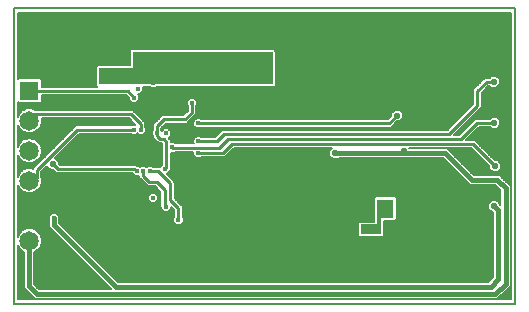
<source format=gbl>
G75*
%MOIN*%
%OFA0B0*%
%FSLAX25Y25*%
%IPPOS*%
%LPD*%
%AMOC8*
5,1,8,0,0,1.08239X$1,22.5*
%
%ADD10C,0.00600*%
%ADD11R,0.07012X0.03401*%
%ADD12R,0.01518X0.06223*%
%ADD13R,0.05697X0.06439*%
%ADD14R,0.58002X0.05542*%
%ADD15R,0.46844X0.09908*%
%ADD16C,0.06496*%
%ADD17R,0.06496X0.06496*%
%ADD18C,0.01772*%
%ADD19C,0.01575*%
%ADD20C,0.02165*%
%ADD21C,0.01600*%
%ADD22C,0.01000*%
D10*
X0004069Y0007764D02*
X0004069Y0106189D01*
X0171392Y0106189D01*
X0171392Y0007764D01*
X0004069Y0007764D01*
X0005469Y0009164D02*
X0005469Y0027270D01*
X0005851Y0026348D01*
X0007018Y0025181D01*
X0007474Y0024992D01*
X0007474Y0012872D01*
X0008470Y0011876D01*
X0010181Y0010164D01*
X0011177Y0009168D01*
X0165248Y0009168D01*
X0168792Y0012712D01*
X0169788Y0013708D01*
X0169788Y0046909D01*
X0167079Y0049617D01*
X0166084Y0050613D01*
X0157545Y0050613D01*
X0149577Y0058581D01*
X0148581Y0059577D01*
X0135948Y0059577D01*
X0135938Y0059587D01*
X0156580Y0059587D01*
X0162614Y0053553D01*
X0162614Y0052818D01*
X0163775Y0051656D01*
X0165418Y0051656D01*
X0166579Y0052818D01*
X0166579Y0054460D01*
X0165418Y0055622D01*
X0164505Y0055622D01*
X0158560Y0061566D01*
X0157740Y0062386D01*
X0154904Y0062386D01*
X0159139Y0066622D01*
X0162993Y0066622D01*
X0163524Y0066091D01*
X0165167Y0066091D01*
X0166328Y0067252D01*
X0166328Y0068895D01*
X0165167Y0070056D01*
X0163524Y0070056D01*
X0162890Y0069422D01*
X0157979Y0069422D01*
X0157159Y0068602D01*
X0152550Y0063993D01*
X0150898Y0063993D01*
X0159312Y0072406D01*
X0160132Y0073226D01*
X0160132Y0078090D01*
X0162348Y0080306D01*
X0162863Y0080306D01*
X0163384Y0079786D01*
X0165026Y0079786D01*
X0166188Y0080947D01*
X0166188Y0082590D01*
X0165026Y0083751D01*
X0163384Y0083751D01*
X0162739Y0083106D01*
X0161188Y0083106D01*
X0160368Y0082286D01*
X0157332Y0079250D01*
X0157332Y0074386D01*
X0148696Y0065750D01*
X0073656Y0065750D01*
X0072836Y0064930D01*
X0071230Y0063323D01*
X0066716Y0063323D01*
X0066428Y0063611D01*
X0065030Y0063611D01*
X0064041Y0062623D01*
X0064041Y0061225D01*
X0064077Y0061189D01*
X0057853Y0061189D01*
X0057529Y0061514D01*
X0056427Y0061514D01*
X0056427Y0062370D01*
X0055812Y0062985D01*
X0056636Y0063809D01*
X0056636Y0065207D01*
X0055648Y0066195D01*
X0054250Y0066195D01*
X0053518Y0065463D01*
X0053378Y0065602D01*
X0053378Y0066380D01*
X0054765Y0067766D01*
X0061849Y0067766D01*
X0062669Y0068586D01*
X0064963Y0070880D01*
X0064963Y0073694D01*
X0065249Y0073980D01*
X0065249Y0075378D01*
X0064261Y0076366D01*
X0062863Y0076366D01*
X0061874Y0075378D01*
X0061874Y0073980D01*
X0062163Y0073691D01*
X0062163Y0072040D01*
X0060689Y0070566D01*
X0053605Y0070566D01*
X0051398Y0068360D01*
X0050578Y0067539D01*
X0050578Y0065617D01*
X0050283Y0065322D01*
X0050283Y0063925D01*
X0050578Y0063629D01*
X0050578Y0063097D01*
X0051594Y0062081D01*
X0052415Y0061261D01*
X0053576Y0061261D01*
X0053627Y0061210D01*
X0053627Y0053891D01*
X0052960Y0053224D01*
X0052960Y0053195D01*
X0052922Y0053233D01*
X0050571Y0053233D01*
X0050202Y0053602D01*
X0048804Y0053602D01*
X0048396Y0053194D01*
X0047988Y0053602D01*
X0046590Y0053602D01*
X0046201Y0053213D01*
X0045812Y0053602D01*
X0045390Y0053602D01*
X0045038Y0053954D01*
X0019546Y0053954D01*
X0019206Y0054294D01*
X0019206Y0055060D01*
X0018045Y0056221D01*
X0017809Y0056221D01*
X0025956Y0064368D01*
X0043159Y0064368D01*
X0043434Y0064094D01*
X0044832Y0064094D01*
X0045348Y0064610D01*
X0045864Y0064094D01*
X0047262Y0064094D01*
X0048251Y0065082D01*
X0048251Y0066480D01*
X0047978Y0066753D01*
X0047978Y0068179D01*
X0047158Y0068999D01*
X0043790Y0072366D01*
X0011351Y0072366D01*
X0010192Y0072846D01*
X0008542Y0072846D01*
X0007018Y0072214D01*
X0005851Y0071048D01*
X0005469Y0070125D01*
X0005469Y0074828D01*
X0005746Y0074550D01*
X0012988Y0074550D01*
X0013515Y0075077D01*
X0013515Y0077295D01*
X0041565Y0077295D01*
X0042654Y0076205D01*
X0042654Y0075767D01*
X0043643Y0074779D01*
X0045040Y0074779D01*
X0046029Y0075767D01*
X0046029Y0077165D01*
X0045462Y0077732D01*
X0046203Y0077732D01*
X0047192Y0078720D01*
X0047192Y0079893D01*
X0049698Y0079893D01*
X0049804Y0079787D01*
X0051447Y0079787D01*
X0051553Y0079893D01*
X0090916Y0079893D01*
X0091443Y0080420D01*
X0091443Y0086708D01*
X0091429Y0086721D01*
X0091429Y0092081D01*
X0090902Y0092608D01*
X0043313Y0092608D01*
X0042786Y0092081D01*
X0042786Y0087235D01*
X0032168Y0087235D01*
X0031641Y0086708D01*
X0031641Y0080420D01*
X0031966Y0080095D01*
X0013515Y0080095D01*
X0013515Y0082319D01*
X0012988Y0082846D01*
X0005746Y0082846D01*
X0005469Y0082568D01*
X0005469Y0104789D01*
X0169992Y0104789D01*
X0169992Y0009164D01*
X0005469Y0009164D01*
X0005469Y0009537D02*
X0010809Y0009537D01*
X0010210Y0010135D02*
X0005469Y0010135D01*
X0005469Y0010734D02*
X0009612Y0010734D01*
X0010181Y0010164D02*
X0010181Y0010164D01*
X0009013Y0011332D02*
X0005469Y0011332D01*
X0005469Y0011931D02*
X0008415Y0011931D01*
X0008470Y0011876D02*
X0008470Y0011876D01*
X0007816Y0012529D02*
X0005469Y0012529D01*
X0005469Y0013128D02*
X0007474Y0013128D01*
X0007474Y0013726D02*
X0005469Y0013726D01*
X0005469Y0014325D02*
X0007474Y0014325D01*
X0007474Y0014924D02*
X0005469Y0014924D01*
X0005469Y0015522D02*
X0007474Y0015522D01*
X0007474Y0016121D02*
X0005469Y0016121D01*
X0005469Y0016719D02*
X0007474Y0016719D01*
X0007474Y0017318D02*
X0005469Y0017318D01*
X0005469Y0017916D02*
X0007474Y0017916D01*
X0007474Y0018515D02*
X0005469Y0018515D01*
X0005469Y0019113D02*
X0007474Y0019113D01*
X0007474Y0019712D02*
X0005469Y0019712D01*
X0005469Y0020310D02*
X0007474Y0020310D01*
X0007474Y0020909D02*
X0005469Y0020909D01*
X0005469Y0021507D02*
X0007474Y0021507D01*
X0007474Y0022106D02*
X0005469Y0022106D01*
X0005469Y0022704D02*
X0007474Y0022704D01*
X0007474Y0023303D02*
X0005469Y0023303D01*
X0005469Y0023901D02*
X0007474Y0023901D01*
X0007474Y0024500D02*
X0005469Y0024500D01*
X0005469Y0025098D02*
X0007218Y0025098D01*
X0006502Y0025697D02*
X0005469Y0025697D01*
X0005469Y0026295D02*
X0005904Y0026295D01*
X0005625Y0026894D02*
X0005469Y0026894D01*
X0010874Y0024832D02*
X0011717Y0025181D01*
X0012884Y0026348D01*
X0013515Y0027873D01*
X0013515Y0029523D01*
X0012884Y0031048D01*
X0011717Y0032214D01*
X0010192Y0032846D01*
X0008542Y0032846D01*
X0007018Y0032214D01*
X0005851Y0031048D01*
X0005469Y0030125D01*
X0005469Y0047270D01*
X0005851Y0046348D01*
X0007018Y0045181D01*
X0008542Y0044550D01*
X0010192Y0044550D01*
X0011717Y0045181D01*
X0012884Y0046348D01*
X0013515Y0047873D01*
X0013515Y0049523D01*
X0013361Y0049895D01*
X0013361Y0051774D01*
X0015241Y0053654D01*
X0015241Y0053417D01*
X0016403Y0052256D01*
X0017285Y0052256D01*
X0017566Y0051974D01*
X0018386Y0051154D01*
X0043487Y0051154D01*
X0044414Y0050227D01*
X0045812Y0050227D01*
X0045949Y0050365D01*
X0045949Y0049712D01*
X0046769Y0048892D01*
X0048819Y0046842D01*
X0051201Y0046842D01*
X0053057Y0044986D01*
X0053057Y0039921D01*
X0053173Y0039805D01*
X0053173Y0039388D01*
X0054162Y0038399D01*
X0055560Y0038399D01*
X0056548Y0039388D01*
X0056548Y0040110D01*
X0057657Y0039002D01*
X0057657Y0036797D01*
X0057370Y0036510D01*
X0057370Y0035112D01*
X0058358Y0034124D01*
X0059756Y0034124D01*
X0060744Y0035112D01*
X0060744Y0036510D01*
X0060457Y0036798D01*
X0060457Y0040161D01*
X0059637Y0040982D01*
X0057739Y0042879D01*
X0057739Y0048416D01*
X0056919Y0049236D01*
X0055317Y0050837D01*
X0055346Y0050837D01*
X0056335Y0051826D01*
X0056335Y0052230D01*
X0056427Y0052322D01*
X0056427Y0058139D01*
X0057529Y0058139D01*
X0057779Y0058389D01*
X0064041Y0058389D01*
X0064041Y0057337D01*
X0065030Y0056349D01*
X0066428Y0056349D01*
X0066626Y0056546D01*
X0074478Y0056546D01*
X0075298Y0057366D01*
X0077518Y0059587D01*
X0110239Y0059587D01*
X0109371Y0058719D01*
X0109371Y0057077D01*
X0110533Y0055915D01*
X0112175Y0055915D01*
X0112437Y0056177D01*
X0147173Y0056177D01*
X0156137Y0047213D01*
X0164675Y0047213D01*
X0166388Y0045501D01*
X0166388Y0040642D01*
X0166253Y0040776D01*
X0166253Y0040995D01*
X0165092Y0042156D01*
X0163449Y0042156D01*
X0162288Y0040995D01*
X0162288Y0039353D01*
X0163449Y0038191D01*
X0163956Y0038191D01*
X0163956Y0016704D01*
X0162367Y0015116D01*
X0038812Y0015116D01*
X0019219Y0034709D01*
X0019219Y0035615D01*
X0019228Y0035624D01*
X0019228Y0037022D01*
X0018240Y0038010D01*
X0016842Y0038010D01*
X0015853Y0037022D01*
X0015853Y0036954D01*
X0015819Y0036919D01*
X0015819Y0033300D01*
X0036408Y0012712D01*
X0036551Y0012568D01*
X0012586Y0012568D01*
X0010874Y0014280D01*
X0010874Y0024832D01*
X0010874Y0024500D02*
X0024620Y0024500D01*
X0025218Y0023901D02*
X0010874Y0023901D01*
X0010874Y0023303D02*
X0025817Y0023303D01*
X0026415Y0022704D02*
X0010874Y0022704D01*
X0010874Y0022106D02*
X0027014Y0022106D01*
X0027612Y0021507D02*
X0010874Y0021507D01*
X0010874Y0020909D02*
X0028211Y0020909D01*
X0028809Y0020310D02*
X0010874Y0020310D01*
X0010874Y0019712D02*
X0029408Y0019712D01*
X0030006Y0019113D02*
X0010874Y0019113D01*
X0010874Y0018515D02*
X0030605Y0018515D01*
X0031203Y0017916D02*
X0010874Y0017916D01*
X0010874Y0017318D02*
X0031802Y0017318D01*
X0032400Y0016719D02*
X0010874Y0016719D01*
X0010874Y0016121D02*
X0032999Y0016121D01*
X0033597Y0015522D02*
X0010874Y0015522D01*
X0010874Y0014924D02*
X0034196Y0014924D01*
X0034794Y0014325D02*
X0010874Y0014325D01*
X0011427Y0013726D02*
X0035393Y0013726D01*
X0035991Y0013128D02*
X0012026Y0013128D01*
X0031224Y0022704D02*
X0163956Y0022704D01*
X0163956Y0022106D02*
X0031822Y0022106D01*
X0032421Y0021507D02*
X0163956Y0021507D01*
X0163956Y0020909D02*
X0033019Y0020909D01*
X0033618Y0020310D02*
X0163956Y0020310D01*
X0163956Y0019712D02*
X0034216Y0019712D01*
X0034815Y0019113D02*
X0163956Y0019113D01*
X0163956Y0018515D02*
X0035413Y0018515D01*
X0036012Y0017916D02*
X0163956Y0017916D01*
X0163956Y0017318D02*
X0036610Y0017318D01*
X0037209Y0016719D02*
X0163956Y0016719D01*
X0163372Y0016121D02*
X0037807Y0016121D01*
X0038406Y0015522D02*
X0162773Y0015522D01*
X0168609Y0012529D02*
X0169992Y0012529D01*
X0169992Y0011931D02*
X0168010Y0011931D01*
X0167412Y0011332D02*
X0169992Y0011332D01*
X0169992Y0010734D02*
X0166813Y0010734D01*
X0166215Y0010135D02*
X0169992Y0010135D01*
X0169992Y0009537D02*
X0165616Y0009537D01*
X0169207Y0013128D02*
X0169992Y0013128D01*
X0169992Y0013726D02*
X0169788Y0013726D01*
X0169788Y0014325D02*
X0169992Y0014325D01*
X0169992Y0014924D02*
X0169788Y0014924D01*
X0169788Y0015522D02*
X0169992Y0015522D01*
X0169992Y0016121D02*
X0169788Y0016121D01*
X0169788Y0016719D02*
X0169992Y0016719D01*
X0169992Y0017318D02*
X0169788Y0017318D01*
X0169788Y0017916D02*
X0169992Y0017916D01*
X0169992Y0018515D02*
X0169788Y0018515D01*
X0169788Y0019113D02*
X0169992Y0019113D01*
X0169992Y0019712D02*
X0169788Y0019712D01*
X0169788Y0020310D02*
X0169992Y0020310D01*
X0169992Y0020909D02*
X0169788Y0020909D01*
X0169788Y0021507D02*
X0169992Y0021507D01*
X0169992Y0022106D02*
X0169788Y0022106D01*
X0169788Y0022704D02*
X0169992Y0022704D01*
X0169992Y0023303D02*
X0169788Y0023303D01*
X0169788Y0023901D02*
X0169992Y0023901D01*
X0169992Y0024500D02*
X0169788Y0024500D01*
X0169788Y0025098D02*
X0169992Y0025098D01*
X0169992Y0025697D02*
X0169788Y0025697D01*
X0169788Y0026295D02*
X0169992Y0026295D01*
X0169992Y0026894D02*
X0169788Y0026894D01*
X0169788Y0027492D02*
X0169992Y0027492D01*
X0169992Y0028091D02*
X0169788Y0028091D01*
X0169788Y0028689D02*
X0169992Y0028689D01*
X0169992Y0029288D02*
X0169788Y0029288D01*
X0169788Y0029886D02*
X0169992Y0029886D01*
X0169992Y0030485D02*
X0169788Y0030485D01*
X0169788Y0031083D02*
X0169992Y0031083D01*
X0169992Y0031682D02*
X0169788Y0031682D01*
X0169788Y0032280D02*
X0169992Y0032280D01*
X0169992Y0032879D02*
X0169788Y0032879D01*
X0169788Y0033477D02*
X0169992Y0033477D01*
X0169992Y0034076D02*
X0169788Y0034076D01*
X0169788Y0034674D02*
X0169992Y0034674D01*
X0169992Y0035273D02*
X0169788Y0035273D01*
X0169788Y0035871D02*
X0169992Y0035871D01*
X0169992Y0036470D02*
X0169788Y0036470D01*
X0169788Y0037068D02*
X0169992Y0037068D01*
X0169992Y0037667D02*
X0169788Y0037667D01*
X0169788Y0038265D02*
X0169992Y0038265D01*
X0169992Y0038864D02*
X0169788Y0038864D01*
X0169788Y0039462D02*
X0169992Y0039462D01*
X0169992Y0040061D02*
X0169788Y0040061D01*
X0169788Y0040659D02*
X0169992Y0040659D01*
X0169992Y0041258D02*
X0169788Y0041258D01*
X0169788Y0041857D02*
X0169992Y0041857D01*
X0169992Y0042455D02*
X0169788Y0042455D01*
X0169788Y0043054D02*
X0169992Y0043054D01*
X0169992Y0043652D02*
X0169788Y0043652D01*
X0169788Y0044251D02*
X0169992Y0044251D01*
X0169992Y0044849D02*
X0169788Y0044849D01*
X0169788Y0045448D02*
X0169992Y0045448D01*
X0169992Y0046046D02*
X0169788Y0046046D01*
X0169788Y0046645D02*
X0169992Y0046645D01*
X0169992Y0047243D02*
X0169453Y0047243D01*
X0169992Y0047842D02*
X0168855Y0047842D01*
X0168256Y0048440D02*
X0169992Y0048440D01*
X0169992Y0049039D02*
X0167658Y0049039D01*
X0167059Y0049637D02*
X0169992Y0049637D01*
X0169992Y0050236D02*
X0166461Y0050236D01*
X0165792Y0052031D02*
X0169992Y0052031D01*
X0169992Y0051433D02*
X0156725Y0051433D01*
X0156127Y0052031D02*
X0163400Y0052031D01*
X0162802Y0052630D02*
X0155528Y0052630D01*
X0154930Y0053228D02*
X0162614Y0053228D01*
X0162340Y0053827D02*
X0154331Y0053827D01*
X0153733Y0054425D02*
X0161742Y0054425D01*
X0161143Y0055024D02*
X0153134Y0055024D01*
X0152536Y0055622D02*
X0160545Y0055622D01*
X0159946Y0056221D02*
X0151937Y0056221D01*
X0151338Y0056819D02*
X0159348Y0056819D01*
X0158749Y0057418D02*
X0150740Y0057418D01*
X0150141Y0058016D02*
X0158151Y0058016D01*
X0157552Y0058615D02*
X0149543Y0058615D01*
X0148944Y0059213D02*
X0156954Y0059213D01*
X0159118Y0061009D02*
X0169992Y0061009D01*
X0169992Y0061607D02*
X0158519Y0061607D01*
X0157921Y0062206D02*
X0169992Y0062206D01*
X0169992Y0062804D02*
X0155321Y0062804D01*
X0155920Y0063403D02*
X0169992Y0063403D01*
X0169992Y0064001D02*
X0156519Y0064001D01*
X0157117Y0064600D02*
X0169992Y0064600D01*
X0169992Y0065198D02*
X0157716Y0065198D01*
X0158314Y0065797D02*
X0169992Y0065797D01*
X0169992Y0066395D02*
X0165471Y0066395D01*
X0166070Y0066994D02*
X0169992Y0066994D01*
X0169992Y0067593D02*
X0166328Y0067593D01*
X0166328Y0068191D02*
X0169992Y0068191D01*
X0169992Y0068790D02*
X0166328Y0068790D01*
X0165835Y0069388D02*
X0169992Y0069388D01*
X0169992Y0069987D02*
X0165236Y0069987D01*
X0163454Y0069987D02*
X0156892Y0069987D01*
X0157490Y0070585D02*
X0169992Y0070585D01*
X0169992Y0071184D02*
X0158089Y0071184D01*
X0158687Y0071782D02*
X0169992Y0071782D01*
X0169992Y0072381D02*
X0159286Y0072381D01*
X0159885Y0072979D02*
X0169992Y0072979D01*
X0169992Y0073578D02*
X0160132Y0073578D01*
X0160132Y0074176D02*
X0169992Y0074176D01*
X0169992Y0074775D02*
X0160132Y0074775D01*
X0160132Y0075373D02*
X0169992Y0075373D01*
X0169992Y0075972D02*
X0160132Y0075972D01*
X0160132Y0076570D02*
X0169992Y0076570D01*
X0169992Y0077169D02*
X0160132Y0077169D01*
X0160132Y0077767D02*
X0169992Y0077767D01*
X0169992Y0078366D02*
X0160408Y0078366D01*
X0161006Y0078964D02*
X0169992Y0078964D01*
X0169992Y0079563D02*
X0161605Y0079563D01*
X0162203Y0080161D02*
X0163008Y0080161D01*
X0165402Y0080161D02*
X0169992Y0080161D01*
X0169992Y0080760D02*
X0166000Y0080760D01*
X0166188Y0081358D02*
X0169992Y0081358D01*
X0169992Y0081957D02*
X0166188Y0081957D01*
X0166188Y0082555D02*
X0169992Y0082555D01*
X0169992Y0083154D02*
X0165623Y0083154D01*
X0162787Y0083154D02*
X0091443Y0083154D01*
X0091443Y0083752D02*
X0169992Y0083752D01*
X0169992Y0084351D02*
X0091443Y0084351D01*
X0091443Y0084949D02*
X0169992Y0084949D01*
X0169992Y0085548D02*
X0091443Y0085548D01*
X0091443Y0086146D02*
X0169992Y0086146D01*
X0169992Y0086745D02*
X0091429Y0086745D01*
X0091429Y0087343D02*
X0169992Y0087343D01*
X0169992Y0087942D02*
X0091429Y0087942D01*
X0091429Y0088540D02*
X0169992Y0088540D01*
X0169992Y0089139D02*
X0091429Y0089139D01*
X0091429Y0089737D02*
X0169992Y0089737D01*
X0169992Y0090336D02*
X0091429Y0090336D01*
X0091429Y0090934D02*
X0169992Y0090934D01*
X0169992Y0091533D02*
X0091429Y0091533D01*
X0091379Y0092131D02*
X0169992Y0092131D01*
X0169992Y0092730D02*
X0005469Y0092730D01*
X0005469Y0093328D02*
X0169992Y0093328D01*
X0169992Y0093927D02*
X0005469Y0093927D01*
X0005469Y0094526D02*
X0169992Y0094526D01*
X0169992Y0095124D02*
X0005469Y0095124D01*
X0005469Y0095723D02*
X0169992Y0095723D01*
X0169992Y0096321D02*
X0005469Y0096321D01*
X0005469Y0096920D02*
X0169992Y0096920D01*
X0169992Y0097518D02*
X0005469Y0097518D01*
X0005469Y0098117D02*
X0169992Y0098117D01*
X0169992Y0098715D02*
X0005469Y0098715D01*
X0005469Y0099314D02*
X0169992Y0099314D01*
X0169992Y0099912D02*
X0005469Y0099912D01*
X0005469Y0100511D02*
X0169992Y0100511D01*
X0169992Y0101109D02*
X0005469Y0101109D01*
X0005469Y0101708D02*
X0169992Y0101708D01*
X0169992Y0102306D02*
X0005469Y0102306D01*
X0005469Y0102905D02*
X0169992Y0102905D01*
X0169992Y0103503D02*
X0005469Y0103503D01*
X0005469Y0104102D02*
X0169992Y0104102D01*
X0169992Y0104700D02*
X0005469Y0104700D01*
X0005469Y0092131D02*
X0042836Y0092131D01*
X0042786Y0091533D02*
X0005469Y0091533D01*
X0005469Y0090934D02*
X0042786Y0090934D01*
X0042786Y0090336D02*
X0005469Y0090336D01*
X0005469Y0089737D02*
X0042786Y0089737D01*
X0042786Y0089139D02*
X0005469Y0089139D01*
X0005469Y0088540D02*
X0042786Y0088540D01*
X0042786Y0087942D02*
X0005469Y0087942D01*
X0005469Y0087343D02*
X0042786Y0087343D01*
X0031678Y0086745D02*
X0005469Y0086745D01*
X0005469Y0086146D02*
X0031641Y0086146D01*
X0031641Y0085548D02*
X0005469Y0085548D01*
X0005469Y0084949D02*
X0031641Y0084949D01*
X0031641Y0084351D02*
X0005469Y0084351D01*
X0005469Y0083752D02*
X0031641Y0083752D01*
X0031641Y0083154D02*
X0005469Y0083154D01*
X0013279Y0082555D02*
X0031641Y0082555D01*
X0031641Y0081957D02*
X0013515Y0081957D01*
X0013515Y0081358D02*
X0031641Y0081358D01*
X0031641Y0080760D02*
X0013515Y0080760D01*
X0013515Y0080161D02*
X0031899Y0080161D01*
X0041691Y0077169D02*
X0013515Y0077169D01*
X0013515Y0076570D02*
X0042289Y0076570D01*
X0042654Y0075972D02*
X0013515Y0075972D01*
X0013515Y0075373D02*
X0043048Y0075373D01*
X0045635Y0075373D02*
X0061874Y0075373D01*
X0061874Y0074775D02*
X0013213Y0074775D01*
X0011316Y0072381D02*
X0062163Y0072381D01*
X0062163Y0072979D02*
X0005469Y0072979D01*
X0005469Y0072381D02*
X0007419Y0072381D01*
X0006585Y0071782D02*
X0005469Y0071782D01*
X0005469Y0071184D02*
X0005987Y0071184D01*
X0005659Y0070585D02*
X0005469Y0070585D01*
X0005469Y0073578D02*
X0062163Y0073578D01*
X0061874Y0074176D02*
X0005469Y0074176D01*
X0005469Y0074775D02*
X0005522Y0074775D01*
X0013497Y0069566D02*
X0042630Y0069566D01*
X0044728Y0067469D01*
X0043434Y0067469D01*
X0043134Y0067168D01*
X0024796Y0067168D01*
X0023976Y0066348D01*
X0010561Y0052933D01*
X0010561Y0052693D01*
X0010192Y0052846D01*
X0008542Y0052846D01*
X0007018Y0052214D01*
X0005851Y0051048D01*
X0005469Y0050125D01*
X0005469Y0057270D01*
X0005851Y0056348D01*
X0007018Y0055181D01*
X0008542Y0054550D01*
X0010192Y0054550D01*
X0011717Y0055181D01*
X0012884Y0056348D01*
X0013515Y0057873D01*
X0013515Y0059523D01*
X0012884Y0061048D01*
X0011717Y0062214D01*
X0010192Y0062846D01*
X0008542Y0062846D01*
X0007018Y0062214D01*
X0005851Y0061048D01*
X0005469Y0060125D01*
X0005469Y0067270D01*
X0005851Y0066348D01*
X0007018Y0065181D01*
X0008542Y0064550D01*
X0010192Y0064550D01*
X0011717Y0065181D01*
X0012884Y0066348D01*
X0013515Y0067873D01*
X0013515Y0069523D01*
X0013497Y0069566D01*
X0013515Y0069388D02*
X0042809Y0069388D01*
X0043407Y0068790D02*
X0013515Y0068790D01*
X0013515Y0068191D02*
X0044006Y0068191D01*
X0044604Y0067593D02*
X0013399Y0067593D01*
X0013151Y0066994D02*
X0024622Y0066994D01*
X0024023Y0066395D02*
X0012903Y0066395D01*
X0012333Y0065797D02*
X0023425Y0065797D01*
X0022826Y0065198D02*
X0011734Y0065198D01*
X0010313Y0064600D02*
X0022228Y0064600D01*
X0021629Y0064001D02*
X0005469Y0064001D01*
X0005469Y0063403D02*
X0021031Y0063403D01*
X0020432Y0062804D02*
X0010293Y0062804D01*
X0011725Y0062206D02*
X0019834Y0062206D01*
X0019235Y0061607D02*
X0012324Y0061607D01*
X0012900Y0061009D02*
X0018637Y0061009D01*
X0018038Y0060410D02*
X0013148Y0060410D01*
X0013396Y0059812D02*
X0017440Y0059812D01*
X0016841Y0059213D02*
X0013515Y0059213D01*
X0013515Y0058615D02*
X0016243Y0058615D01*
X0015644Y0058016D02*
X0013515Y0058016D01*
X0013327Y0057418D02*
X0015046Y0057418D01*
X0014447Y0056819D02*
X0013079Y0056819D01*
X0012756Y0056221D02*
X0013849Y0056221D01*
X0013250Y0055622D02*
X0012158Y0055622D01*
X0012652Y0055024D02*
X0011336Y0055024D01*
X0012053Y0054425D02*
X0005469Y0054425D01*
X0005469Y0053827D02*
X0011455Y0053827D01*
X0010856Y0053228D02*
X0005469Y0053228D01*
X0005469Y0052630D02*
X0008020Y0052630D01*
X0006834Y0052031D02*
X0005469Y0052031D01*
X0005469Y0051433D02*
X0006236Y0051433D01*
X0005762Y0050834D02*
X0005469Y0050834D01*
X0005469Y0050236D02*
X0005514Y0050236D01*
X0005469Y0047243D02*
X0005480Y0047243D01*
X0005469Y0046645D02*
X0005728Y0046645D01*
X0005469Y0046046D02*
X0006153Y0046046D01*
X0006751Y0045448D02*
X0005469Y0045448D01*
X0005469Y0044849D02*
X0007820Y0044849D01*
X0005469Y0044251D02*
X0049440Y0044251D01*
X0049818Y0044629D02*
X0048830Y0043641D01*
X0048830Y0042243D01*
X0049818Y0041255D01*
X0051216Y0041255D01*
X0052205Y0042243D01*
X0052205Y0043641D01*
X0051216Y0044629D01*
X0049818Y0044629D01*
X0048841Y0043652D02*
X0005469Y0043652D01*
X0005469Y0043054D02*
X0048830Y0043054D01*
X0048830Y0042455D02*
X0005469Y0042455D01*
X0005469Y0041857D02*
X0049217Y0041857D01*
X0049815Y0041258D02*
X0005469Y0041258D01*
X0005469Y0040659D02*
X0053057Y0040659D01*
X0053057Y0040061D02*
X0005469Y0040061D01*
X0005469Y0039462D02*
X0053173Y0039462D01*
X0053697Y0038864D02*
X0005469Y0038864D01*
X0005469Y0038265D02*
X0057657Y0038265D01*
X0057657Y0037667D02*
X0018583Y0037667D01*
X0019182Y0037068D02*
X0057657Y0037068D01*
X0057370Y0036470D02*
X0019228Y0036470D01*
X0019228Y0035871D02*
X0057370Y0035871D01*
X0057370Y0035273D02*
X0019219Y0035273D01*
X0019253Y0034674D02*
X0057807Y0034674D01*
X0060307Y0034674D02*
X0118840Y0034674D01*
X0118762Y0034596D02*
X0118762Y0030450D01*
X0119289Y0029923D01*
X0127047Y0029923D01*
X0127574Y0030450D01*
X0127574Y0035350D01*
X0131239Y0035350D01*
X0131767Y0035877D01*
X0131767Y0043062D01*
X0131239Y0043589D01*
X0124797Y0043589D01*
X0124270Y0043062D01*
X0124270Y0038517D01*
X0124256Y0038503D01*
X0124256Y0035123D01*
X0119289Y0035123D01*
X0118762Y0034596D01*
X0118762Y0034076D02*
X0019852Y0034076D01*
X0020450Y0033477D02*
X0118762Y0033477D01*
X0118762Y0032879D02*
X0021049Y0032879D01*
X0021647Y0032280D02*
X0118762Y0032280D01*
X0118762Y0031682D02*
X0022246Y0031682D01*
X0022844Y0031083D02*
X0118762Y0031083D01*
X0118762Y0030485D02*
X0023443Y0030485D01*
X0024041Y0029886D02*
X0163956Y0029886D01*
X0163956Y0029288D02*
X0024640Y0029288D01*
X0025238Y0028689D02*
X0163956Y0028689D01*
X0163956Y0028091D02*
X0025837Y0028091D01*
X0026435Y0027492D02*
X0163956Y0027492D01*
X0163956Y0026894D02*
X0027034Y0026894D01*
X0027632Y0026295D02*
X0163956Y0026295D01*
X0163956Y0025697D02*
X0028231Y0025697D01*
X0028829Y0025098D02*
X0163956Y0025098D01*
X0163956Y0024500D02*
X0029428Y0024500D01*
X0030027Y0023901D02*
X0163956Y0023901D01*
X0163956Y0023303D02*
X0030625Y0023303D01*
X0024021Y0025098D02*
X0011516Y0025098D01*
X0012232Y0025697D02*
X0023423Y0025697D01*
X0022824Y0026295D02*
X0012831Y0026295D01*
X0013110Y0026894D02*
X0022226Y0026894D01*
X0021627Y0027492D02*
X0013358Y0027492D01*
X0013515Y0028091D02*
X0021029Y0028091D01*
X0020430Y0028689D02*
X0013515Y0028689D01*
X0013515Y0029288D02*
X0019832Y0029288D01*
X0019233Y0029886D02*
X0013365Y0029886D01*
X0013117Y0030485D02*
X0018635Y0030485D01*
X0018036Y0031083D02*
X0012848Y0031083D01*
X0012250Y0031682D02*
X0017438Y0031682D01*
X0016839Y0032280D02*
X0011558Y0032280D01*
X0007177Y0032280D02*
X0005469Y0032280D01*
X0005469Y0031682D02*
X0006485Y0031682D01*
X0005886Y0031083D02*
X0005469Y0031083D01*
X0005469Y0030485D02*
X0005618Y0030485D01*
X0005469Y0032879D02*
X0016241Y0032879D01*
X0015819Y0033477D02*
X0005469Y0033477D01*
X0005469Y0034076D02*
X0015819Y0034076D01*
X0015819Y0034674D02*
X0005469Y0034674D01*
X0005469Y0035273D02*
X0015819Y0035273D01*
X0015819Y0035871D02*
X0005469Y0035871D01*
X0005469Y0036470D02*
X0015819Y0036470D01*
X0015900Y0037068D02*
X0005469Y0037068D01*
X0005469Y0037667D02*
X0016498Y0037667D01*
X0010915Y0044849D02*
X0053057Y0044849D01*
X0053057Y0044251D02*
X0051595Y0044251D01*
X0052194Y0043652D02*
X0053057Y0043652D01*
X0053057Y0043054D02*
X0052205Y0043054D01*
X0052205Y0042455D02*
X0053057Y0042455D01*
X0053057Y0041857D02*
X0051818Y0041857D01*
X0051220Y0041258D02*
X0053057Y0041258D01*
X0056548Y0040061D02*
X0056598Y0040061D01*
X0056548Y0039462D02*
X0057196Y0039462D01*
X0057657Y0038864D02*
X0056024Y0038864D01*
X0058762Y0041857D02*
X0124270Y0041857D01*
X0124270Y0042455D02*
X0058163Y0042455D01*
X0057739Y0043054D02*
X0124270Y0043054D01*
X0124270Y0041258D02*
X0059360Y0041258D01*
X0059959Y0040659D02*
X0124270Y0040659D01*
X0124270Y0040061D02*
X0060457Y0040061D01*
X0060457Y0039462D02*
X0124270Y0039462D01*
X0124270Y0038864D02*
X0060457Y0038864D01*
X0060457Y0038265D02*
X0124256Y0038265D01*
X0124256Y0037667D02*
X0060457Y0037667D01*
X0060457Y0037068D02*
X0124256Y0037068D01*
X0124256Y0036470D02*
X0060744Y0036470D01*
X0060744Y0035871D02*
X0124256Y0035871D01*
X0124256Y0035273D02*
X0060744Y0035273D01*
X0057739Y0043652D02*
X0166388Y0043652D01*
X0166388Y0043054D02*
X0131767Y0043054D01*
X0131767Y0042455D02*
X0166388Y0042455D01*
X0166388Y0041857D02*
X0165392Y0041857D01*
X0165990Y0041258D02*
X0166388Y0041258D01*
X0166370Y0040659D02*
X0166388Y0040659D01*
X0163149Y0041857D02*
X0131767Y0041857D01*
X0131767Y0041258D02*
X0162551Y0041258D01*
X0162288Y0040659D02*
X0131767Y0040659D01*
X0131767Y0040061D02*
X0162288Y0040061D01*
X0162288Y0039462D02*
X0131767Y0039462D01*
X0131767Y0038864D02*
X0162776Y0038864D01*
X0163375Y0038265D02*
X0131767Y0038265D01*
X0131767Y0037667D02*
X0163956Y0037667D01*
X0163956Y0037068D02*
X0131767Y0037068D01*
X0131767Y0036470D02*
X0163956Y0036470D01*
X0163956Y0035871D02*
X0131761Y0035871D01*
X0127574Y0035273D02*
X0163956Y0035273D01*
X0163956Y0034674D02*
X0127574Y0034674D01*
X0127574Y0034076D02*
X0163956Y0034076D01*
X0163956Y0033477D02*
X0127574Y0033477D01*
X0127574Y0032879D02*
X0163956Y0032879D01*
X0163956Y0032280D02*
X0127574Y0032280D01*
X0127574Y0031682D02*
X0163956Y0031682D01*
X0163956Y0031083D02*
X0127574Y0031083D01*
X0127574Y0030485D02*
X0163956Y0030485D01*
X0166388Y0044251D02*
X0057739Y0044251D01*
X0057739Y0044849D02*
X0166388Y0044849D01*
X0166388Y0045448D02*
X0057739Y0045448D01*
X0057739Y0046046D02*
X0165842Y0046046D01*
X0165244Y0046645D02*
X0057739Y0046645D01*
X0057739Y0047243D02*
X0156106Y0047243D01*
X0155508Y0047842D02*
X0057739Y0047842D01*
X0057715Y0048440D02*
X0154909Y0048440D01*
X0154311Y0049039D02*
X0057116Y0049039D01*
X0056518Y0049637D02*
X0153712Y0049637D01*
X0153114Y0050236D02*
X0055919Y0050236D01*
X0055321Y0050834D02*
X0152515Y0050834D01*
X0151917Y0051433D02*
X0055942Y0051433D01*
X0056335Y0052031D02*
X0151318Y0052031D01*
X0150720Y0052630D02*
X0056427Y0052630D01*
X0056427Y0053228D02*
X0150121Y0053228D01*
X0149523Y0053827D02*
X0056427Y0053827D01*
X0056427Y0054425D02*
X0148924Y0054425D01*
X0148326Y0055024D02*
X0056427Y0055024D01*
X0056427Y0055622D02*
X0147727Y0055622D01*
X0157324Y0050834D02*
X0169992Y0050834D01*
X0169992Y0052630D02*
X0166391Y0052630D01*
X0166579Y0053228D02*
X0169992Y0053228D01*
X0169992Y0053827D02*
X0166579Y0053827D01*
X0166579Y0054425D02*
X0169992Y0054425D01*
X0169992Y0055024D02*
X0166016Y0055024D01*
X0164504Y0055622D02*
X0169992Y0055622D01*
X0169992Y0056221D02*
X0163906Y0056221D01*
X0163307Y0056819D02*
X0169992Y0056819D01*
X0169992Y0057418D02*
X0162709Y0057418D01*
X0162110Y0058016D02*
X0169992Y0058016D01*
X0169992Y0058615D02*
X0161512Y0058615D01*
X0160913Y0059213D02*
X0169992Y0059213D01*
X0169992Y0059812D02*
X0160315Y0059812D01*
X0159716Y0060410D02*
X0169992Y0060410D01*
X0163220Y0066395D02*
X0158913Y0066395D01*
X0155551Y0066994D02*
X0153899Y0066994D01*
X0153301Y0066395D02*
X0154953Y0066395D01*
X0154354Y0065797D02*
X0152702Y0065797D01*
X0152104Y0065198D02*
X0153756Y0065198D01*
X0153157Y0064600D02*
X0151505Y0064600D01*
X0150907Y0064001D02*
X0152559Y0064001D01*
X0149341Y0066395D02*
X0066669Y0066395D01*
X0066730Y0066457D02*
X0066428Y0066155D01*
X0065030Y0066155D01*
X0064041Y0067143D01*
X0064041Y0068541D01*
X0065030Y0069530D01*
X0066428Y0069530D01*
X0066701Y0069257D01*
X0128740Y0069257D01*
X0129968Y0070485D01*
X0129968Y0071295D01*
X0131130Y0072456D01*
X0132772Y0072456D01*
X0133934Y0071295D01*
X0133934Y0069652D01*
X0132772Y0068491D01*
X0131934Y0068491D01*
X0129900Y0066457D01*
X0066730Y0066457D01*
X0064789Y0066395D02*
X0053394Y0066395D01*
X0053378Y0065797D02*
X0053852Y0065797D01*
X0053993Y0066994D02*
X0064191Y0066994D01*
X0064041Y0067593D02*
X0054591Y0067593D01*
X0052427Y0069388D02*
X0046768Y0069388D01*
X0046170Y0069987D02*
X0053025Y0069987D01*
X0051828Y0068790D02*
X0047367Y0068790D01*
X0047965Y0068191D02*
X0051230Y0068191D01*
X0050631Y0067593D02*
X0047978Y0067593D01*
X0047978Y0066994D02*
X0050578Y0066994D01*
X0050578Y0066395D02*
X0048251Y0066395D01*
X0048251Y0065797D02*
X0050578Y0065797D01*
X0050283Y0065198D02*
X0048251Y0065198D01*
X0047768Y0064600D02*
X0050283Y0064600D01*
X0050283Y0064001D02*
X0025589Y0064001D01*
X0024991Y0063403D02*
X0050578Y0063403D01*
X0050871Y0062804D02*
X0024392Y0062804D01*
X0023793Y0062206D02*
X0051469Y0062206D01*
X0052068Y0061607D02*
X0023195Y0061607D01*
X0022596Y0061009D02*
X0053627Y0061009D01*
X0053627Y0060410D02*
X0021998Y0060410D01*
X0021399Y0059812D02*
X0053627Y0059812D01*
X0053627Y0059213D02*
X0020801Y0059213D01*
X0020202Y0058615D02*
X0053627Y0058615D01*
X0053627Y0058016D02*
X0019604Y0058016D01*
X0019005Y0057418D02*
X0053627Y0057418D01*
X0053627Y0056819D02*
X0018407Y0056819D01*
X0018045Y0056221D02*
X0053627Y0056221D01*
X0053627Y0055622D02*
X0018644Y0055622D01*
X0019206Y0055024D02*
X0053627Y0055024D01*
X0053627Y0054425D02*
X0019206Y0054425D01*
X0015430Y0053228D02*
X0014816Y0053228D01*
X0014217Y0052630D02*
X0016029Y0052630D01*
X0017509Y0052031D02*
X0013619Y0052031D01*
X0013361Y0051433D02*
X0018108Y0051433D01*
X0013361Y0050834D02*
X0043807Y0050834D01*
X0044405Y0050236D02*
X0013361Y0050236D01*
X0013468Y0049637D02*
X0046024Y0049637D01*
X0045949Y0050236D02*
X0045820Y0050236D01*
X0046622Y0049039D02*
X0013515Y0049039D01*
X0013515Y0048440D02*
X0047221Y0048440D01*
X0047819Y0047842D02*
X0013502Y0047842D01*
X0013254Y0047243D02*
X0048418Y0047243D01*
X0051399Y0046645D02*
X0013007Y0046645D01*
X0012582Y0046046D02*
X0051997Y0046046D01*
X0052596Y0045448D02*
X0011983Y0045448D01*
X0007398Y0055024D02*
X0005469Y0055024D01*
X0005469Y0055622D02*
X0006577Y0055622D01*
X0005978Y0056221D02*
X0005469Y0056221D01*
X0005469Y0056819D02*
X0005656Y0056819D01*
X0005587Y0060410D02*
X0005469Y0060410D01*
X0005469Y0061009D02*
X0005835Y0061009D01*
X0005469Y0061607D02*
X0006411Y0061607D01*
X0007009Y0062206D02*
X0005469Y0062206D01*
X0005469Y0062804D02*
X0008442Y0062804D01*
X0008421Y0064600D02*
X0005469Y0064600D01*
X0005469Y0065198D02*
X0007001Y0065198D01*
X0006402Y0065797D02*
X0005469Y0065797D01*
X0005469Y0066395D02*
X0005831Y0066395D01*
X0005583Y0066994D02*
X0005469Y0066994D01*
X0044374Y0071782D02*
X0061905Y0071782D01*
X0061307Y0071184D02*
X0044973Y0071184D01*
X0045571Y0070585D02*
X0060708Y0070585D01*
X0062872Y0068790D02*
X0064290Y0068790D01*
X0064041Y0068191D02*
X0062274Y0068191D01*
X0063471Y0069388D02*
X0064888Y0069388D01*
X0064069Y0069987D02*
X0129470Y0069987D01*
X0129968Y0070585D02*
X0064668Y0070585D01*
X0064963Y0071184D02*
X0129968Y0071184D01*
X0130456Y0071782D02*
X0064963Y0071782D01*
X0064963Y0072381D02*
X0131054Y0072381D01*
X0132848Y0072381D02*
X0155326Y0072381D01*
X0155925Y0072979D02*
X0064963Y0072979D01*
X0064963Y0073578D02*
X0156523Y0073578D01*
X0157122Y0074176D02*
X0065249Y0074176D01*
X0065249Y0074775D02*
X0157332Y0074775D01*
X0157332Y0075373D02*
X0065249Y0075373D01*
X0064655Y0075972D02*
X0157332Y0075972D01*
X0157332Y0076570D02*
X0046029Y0076570D01*
X0046029Y0075972D02*
X0062469Y0075972D01*
X0066569Y0069388D02*
X0128871Y0069388D01*
X0131036Y0067593D02*
X0150538Y0067593D01*
X0151137Y0068191D02*
X0131634Y0068191D01*
X0133071Y0068790D02*
X0151735Y0068790D01*
X0152334Y0069388D02*
X0133669Y0069388D01*
X0133934Y0069987D02*
X0152932Y0069987D01*
X0153531Y0070585D02*
X0133934Y0070585D01*
X0133934Y0071184D02*
X0154129Y0071184D01*
X0154728Y0071782D02*
X0133446Y0071782D01*
X0130437Y0066994D02*
X0149940Y0066994D01*
X0148743Y0065797D02*
X0056046Y0065797D01*
X0056636Y0065198D02*
X0073105Y0065198D01*
X0072506Y0064600D02*
X0056636Y0064600D01*
X0056636Y0064001D02*
X0071908Y0064001D01*
X0071309Y0063403D02*
X0066636Y0063403D01*
X0064822Y0063403D02*
X0056230Y0063403D01*
X0055992Y0062804D02*
X0064223Y0062804D01*
X0064041Y0062206D02*
X0056427Y0062206D01*
X0056427Y0061607D02*
X0064041Y0061607D01*
X0064041Y0058016D02*
X0056427Y0058016D01*
X0056427Y0057418D02*
X0064041Y0057418D01*
X0064559Y0056819D02*
X0056427Y0056819D01*
X0056427Y0056221D02*
X0110227Y0056221D01*
X0109629Y0056819D02*
X0074751Y0056819D01*
X0075350Y0057418D02*
X0109371Y0057418D01*
X0109371Y0058016D02*
X0075948Y0058016D01*
X0076547Y0058615D02*
X0109371Y0058615D01*
X0109866Y0059213D02*
X0077145Y0059213D01*
X0053563Y0053827D02*
X0045165Y0053827D01*
X0046185Y0053228D02*
X0046216Y0053228D01*
X0048361Y0053228D02*
X0048430Y0053228D01*
X0052927Y0053228D02*
X0052964Y0053228D01*
X0045358Y0064600D02*
X0045338Y0064600D01*
X0046025Y0077169D02*
X0157332Y0077169D01*
X0157332Y0077767D02*
X0046239Y0077767D01*
X0046837Y0078366D02*
X0157332Y0078366D01*
X0157332Y0078964D02*
X0047192Y0078964D01*
X0047192Y0079563D02*
X0157645Y0079563D01*
X0158243Y0080161D02*
X0091184Y0080161D01*
X0091443Y0080760D02*
X0158842Y0080760D01*
X0159440Y0081358D02*
X0091443Y0081358D01*
X0091443Y0081957D02*
X0160039Y0081957D01*
X0160637Y0082555D02*
X0091443Y0082555D01*
X0154498Y0067593D02*
X0156150Y0067593D01*
X0156748Y0068191D02*
X0155096Y0068191D01*
X0155695Y0068790D02*
X0157347Y0068790D01*
X0157945Y0069388D02*
X0156293Y0069388D01*
D11*
X0123168Y0032523D03*
D12*
X0125915Y0035019D03*
D13*
X0128018Y0039470D03*
D14*
X0061542Y0083564D03*
D15*
X0067107Y0086754D03*
D16*
X0009367Y0068698D03*
X0009367Y0058698D03*
X0009367Y0048698D03*
X0009367Y0038698D03*
X0009367Y0028698D03*
D17*
X0009367Y0078698D03*
D18*
X0018045Y0074031D03*
X0020407Y0074031D03*
X0023950Y0074031D03*
X0025131Y0076393D03*
X0027494Y0074031D03*
X0028675Y0076393D03*
X0031037Y0074031D03*
X0032218Y0068125D03*
X0025131Y0068125D03*
X0018045Y0068125D03*
X0015683Y0068125D03*
X0015683Y0064582D03*
X0015683Y0061039D03*
X0015683Y0050409D03*
X0019226Y0050409D03*
X0018045Y0048047D03*
X0015683Y0045684D03*
X0015683Y0040960D03*
X0015683Y0038598D03*
X0050020Y0029922D03*
X0052206Y0029922D03*
X0053005Y0016045D03*
X0050643Y0016045D03*
X0048281Y0016045D03*
X0034107Y0013683D03*
X0030564Y0013683D03*
X0027021Y0013683D03*
X0023477Y0013683D03*
X0023477Y0016045D03*
X0012848Y0016045D03*
X0012848Y0018407D03*
X0012848Y0020770D03*
X0088470Y0018654D03*
X0092407Y0018654D03*
X0096344Y0018654D03*
X0103439Y0020583D03*
X0107376Y0020583D03*
X0111313Y0020583D03*
X0115250Y0020583D03*
X0109432Y0025015D03*
X0109401Y0027978D03*
X0109360Y0030859D03*
X0147673Y0016898D03*
X0150258Y0019437D03*
X0151610Y0016898D03*
X0154195Y0019437D03*
X0155547Y0016898D03*
X0158132Y0019437D03*
X0162069Y0019437D03*
X0160635Y0022276D03*
X0156698Y0022276D03*
X0152761Y0022276D03*
X0148824Y0022276D03*
X0154576Y0029315D03*
X0155781Y0031847D03*
X0159093Y0031908D03*
X0160418Y0029315D03*
X0157467Y0029315D03*
X0162165Y0031968D03*
X0156564Y0035947D03*
X0155118Y0042698D03*
X0157889Y0042879D03*
X0160599Y0043000D03*
X0160298Y0045893D03*
X0163189Y0045954D03*
X0157226Y0045893D03*
X0154456Y0045954D03*
X0151625Y0049571D03*
X0124010Y0051818D03*
X0121648Y0055361D03*
X0104084Y0058207D03*
X0096998Y0058207D03*
X0093454Y0058207D03*
X0092654Y0070340D03*
X0097378Y0070340D03*
X0102103Y0070340D03*
X0103284Y0073883D03*
X0099740Y0073883D03*
X0095016Y0073883D03*
X0098026Y0076621D03*
X0101569Y0076621D03*
X0101569Y0084889D03*
X0098026Y0084889D03*
X0094482Y0084889D03*
X0109837Y0087251D03*
X0122829Y0087251D03*
X0126380Y0083545D03*
X0121195Y0075823D03*
X0123558Y0073460D03*
X0115882Y0070090D03*
X0153581Y0091672D03*
X0159486Y0091672D03*
X0165392Y0091672D03*
X0165392Y0091672D03*
X0161836Y0096437D03*
X0155930Y0096437D03*
X0150025Y0096437D03*
X0144119Y0102343D03*
X0161836Y0102343D03*
X0120497Y0102343D03*
X0096875Y0102343D03*
X0085064Y0102343D03*
X0089308Y0093594D03*
X0077497Y0093594D03*
X0071592Y0093594D03*
X0065686Y0093594D03*
X0059781Y0093594D03*
X0053875Y0093594D03*
X0047970Y0093594D03*
X0039305Y0089385D03*
X0034580Y0089385D03*
X0027494Y0083480D03*
X0023950Y0083480D03*
X0020407Y0083480D03*
X0020407Y0087023D03*
X0023950Y0087023D03*
X0007392Y0086847D03*
X0007392Y0091744D03*
X0007392Y0096746D03*
X0015354Y0103029D03*
X0021880Y0103029D03*
X0028751Y0103029D03*
X0036559Y0103029D03*
X0043014Y0103029D03*
X0034725Y0099113D03*
X0030660Y0099113D03*
X0026395Y0099113D03*
X0021978Y0099113D03*
D19*
X0045505Y0079419D03*
X0044342Y0076466D03*
X0047285Y0074679D03*
X0057157Y0075520D03*
X0057157Y0077460D03*
X0059374Y0077460D03*
X0059374Y0075560D03*
X0063562Y0074679D03*
X0070663Y0077590D03*
X0072931Y0077590D03*
X0075107Y0077590D03*
X0065729Y0067842D03*
X0064774Y0063884D03*
X0065729Y0061924D03*
X0065729Y0058036D03*
X0056830Y0059827D03*
X0053093Y0059881D03*
X0053070Y0057728D03*
X0049107Y0057430D03*
X0046610Y0057591D03*
X0046610Y0059973D03*
X0044411Y0059904D03*
X0048947Y0059996D03*
X0051971Y0064623D03*
X0054949Y0064508D03*
X0046563Y0065781D03*
X0044133Y0065781D03*
X0033867Y0054571D03*
X0026337Y0049280D03*
X0013720Y0042984D03*
X0017541Y0036323D03*
X0015672Y0032593D03*
X0046496Y0041738D03*
X0046496Y0043914D03*
X0050517Y0042942D03*
X0054861Y0040087D03*
X0058369Y0043769D03*
X0059057Y0035811D03*
X0049503Y0051915D03*
X0047289Y0051915D03*
X0045113Y0051915D03*
X0054647Y0052525D03*
X0021268Y0057625D03*
X0098026Y0084889D03*
D20*
X0089309Y0082610D03*
X0050625Y0081769D03*
X0033963Y0083846D03*
X0017224Y0054238D03*
X0111354Y0057898D03*
X0134153Y0058568D03*
X0131951Y0070474D03*
X0164345Y0068074D03*
X0164205Y0081768D03*
X0164596Y0053639D03*
X0164271Y0040174D03*
X0127325Y0041314D03*
X0120963Y0032921D03*
D21*
X0147877Y0057877D02*
X0156841Y0048913D01*
X0165379Y0048913D01*
X0168088Y0046205D01*
X0168088Y0014412D01*
X0164544Y0010868D01*
X0011881Y0010868D01*
X0009174Y0013576D01*
X0009174Y0026257D01*
X0017519Y0034004D02*
X0038108Y0013416D01*
X0163072Y0013416D01*
X0165656Y0016000D01*
X0165656Y0038969D01*
X0164572Y0040053D01*
X0147877Y0057877D02*
X0111333Y0057877D01*
X0017519Y0036215D02*
X0017519Y0034004D01*
D22*
X0011961Y0049609D02*
X0011961Y0052354D01*
X0025376Y0065768D01*
X0044255Y0065768D01*
X0046578Y0065716D02*
X0046578Y0067599D01*
X0043210Y0070966D01*
X0010545Y0070966D01*
X0011900Y0078695D02*
X0042145Y0078695D01*
X0044389Y0076450D01*
X0051978Y0066960D02*
X0054185Y0069166D01*
X0061269Y0069166D01*
X0063563Y0071460D01*
X0063563Y0074568D01*
X0065746Y0067857D02*
X0129320Y0067857D01*
X0131877Y0070414D01*
X0149275Y0064350D02*
X0158732Y0073806D01*
X0158732Y0078670D01*
X0161768Y0081706D01*
X0164056Y0081706D01*
X0164543Y0068022D02*
X0158559Y0068022D01*
X0153130Y0062593D01*
X0075532Y0062593D01*
X0072729Y0059789D01*
X0056841Y0059789D01*
X0055027Y0061790D02*
X0055027Y0052902D01*
X0054649Y0052525D01*
X0052342Y0051833D02*
X0056339Y0047836D01*
X0056339Y0042299D01*
X0059057Y0039582D01*
X0059057Y0035816D01*
X0054875Y0040083D02*
X0054457Y0040501D01*
X0054457Y0045566D01*
X0051781Y0048242D01*
X0049399Y0048242D01*
X0047349Y0050292D01*
X0047349Y0051924D01*
X0049433Y0051833D02*
X0052342Y0051833D01*
X0045068Y0051944D02*
X0044458Y0052554D01*
X0018966Y0052554D01*
X0017311Y0054209D01*
X0051978Y0063677D02*
X0052994Y0062661D01*
X0054156Y0062661D01*
X0055027Y0061790D01*
X0051978Y0063677D02*
X0051978Y0066960D01*
X0065747Y0061923D02*
X0071810Y0061923D01*
X0074236Y0064350D01*
X0149275Y0064350D01*
X0157160Y0060987D02*
X0076938Y0060987D01*
X0073898Y0057946D01*
X0065774Y0057946D01*
X0157160Y0060987D02*
X0164543Y0053603D01*
M02*

</source>
